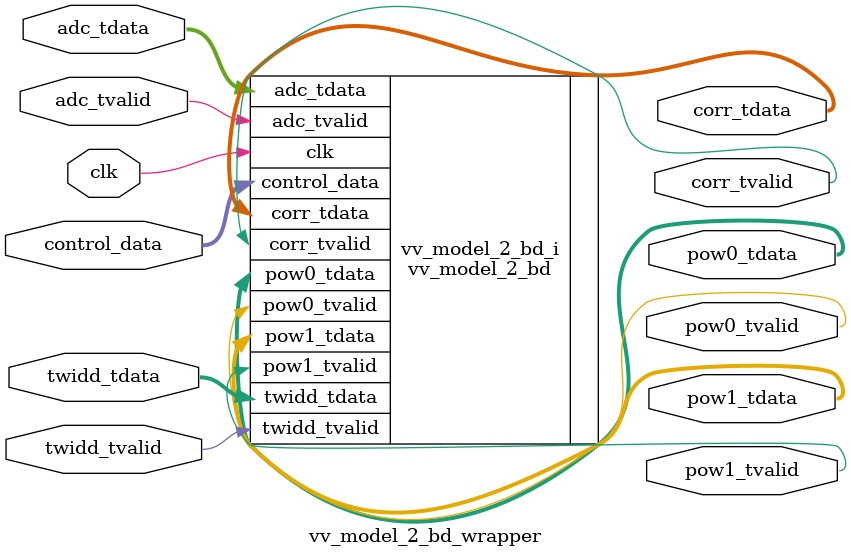
<source format=v>
`timescale 1 ps / 1 ps

module vv_model_2_bd_wrapper
   (adc_tdata,
    adc_tvalid,
    clk,
    control_data,
    corr_tdata,
    corr_tvalid,
    pow0_tdata,
    pow0_tvalid,
    pow1_tdata,
    pow1_tvalid,
    twidd_tdata,
    twidd_tvalid);
  input [31:0]adc_tdata;
  input [0:0]adc_tvalid;
  input clk;
  input [31:0]control_data;
  output [127:0]corr_tdata;
  output [0:0]corr_tvalid;
  output [63:0]pow0_tdata;
  output [0:0]pow0_tvalid;
  output [63:0]pow1_tdata;
  output [0:0]pow1_tvalid;
  input [31:0]twidd_tdata;
  input [0:0]twidd_tvalid;

  wire [31:0]adc_tdata;
  wire [0:0]adc_tvalid;
  wire clk;
  wire [31:0]control_data;
  wire [127:0]corr_tdata;
  wire [0:0]corr_tvalid;
  wire [63:0]pow0_tdata;
  wire [0:0]pow0_tvalid;
  wire [63:0]pow1_tdata;
  wire [0:0]pow1_tvalid;
  wire [31:0]twidd_tdata;
  wire [0:0]twidd_tvalid;

  vv_model_2_bd vv_model_2_bd_i
       (.adc_tdata(adc_tdata),
        .adc_tvalid(adc_tvalid),
        .clk(clk),
        .control_data(control_data),
        .corr_tdata(corr_tdata),
        .corr_tvalid(corr_tvalid),
        .pow0_tdata(pow0_tdata),
        .pow0_tvalid(pow0_tvalid),
        .pow1_tdata(pow1_tdata),
        .pow1_tvalid(pow1_tvalid),
        .twidd_tdata(twidd_tdata),
        .twidd_tvalid(twidd_tvalid));
endmodule

</source>
